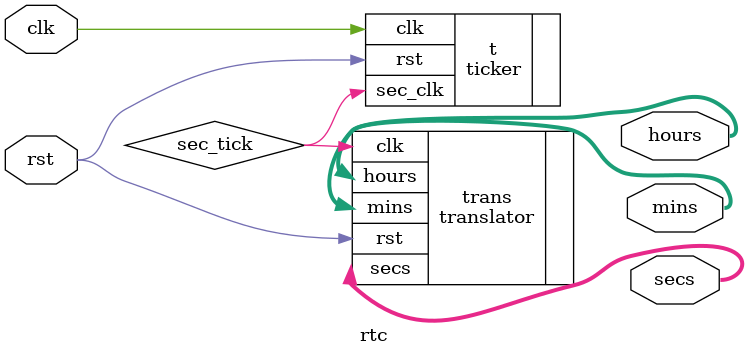
<source format=sv>


module rtc(

	input clk,
	input rst,

	output logic [7:0] secs,
	output logic [7:0] mins,
	output logic [15:0] hours
);


logic sec_tick;
ticker t(
	.clk(clk),
	.rst(rst),
	.sec_clk(sec_tick)
);	

translator trans(
	.clk(sec_tick),
	.rst(rst),
	.secs(secs),
	.mins(mins),
	.hours(hours)
);

endmodule


</source>
